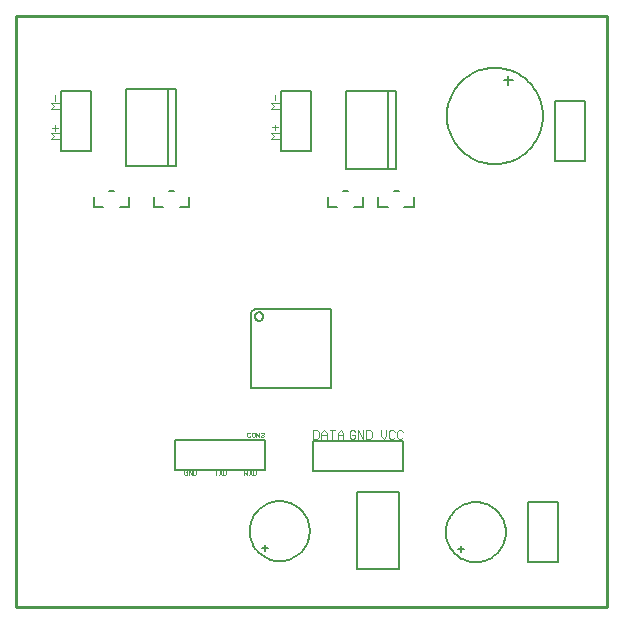
<source format=gto>
G75*
G70*
%OFA0B0*%
%FSLAX24Y24*%
%IPPOS*%
%LPD*%
%AMOC8*
5,1,8,0,0,1.08239X$1,22.5*
%
%ADD10C,0.0100*%
%ADD11C,0.0060*%
%ADD12C,0.0050*%
%ADD13C,0.0020*%
%ADD14C,0.0080*%
%ADD15C,0.0010*%
D10*
X004627Y007324D02*
X024312Y007324D01*
X024312Y027009D01*
X004627Y027009D01*
X004627Y007324D01*
D11*
X012459Y014617D02*
X012459Y017149D01*
X012569Y017260D01*
X015101Y017260D01*
X015101Y014617D01*
X012459Y014617D01*
X012578Y016999D02*
X012580Y017022D01*
X012586Y017045D01*
X012595Y017066D01*
X012608Y017086D01*
X012624Y017103D01*
X012642Y017117D01*
X012662Y017128D01*
X012684Y017136D01*
X012707Y017140D01*
X012731Y017140D01*
X012754Y017136D01*
X012776Y017128D01*
X012796Y017117D01*
X012814Y017103D01*
X012830Y017086D01*
X012843Y017066D01*
X012852Y017045D01*
X012858Y017022D01*
X012860Y016999D01*
X012858Y016976D01*
X012852Y016953D01*
X012843Y016932D01*
X012830Y016912D01*
X012814Y016895D01*
X012796Y016881D01*
X012776Y016870D01*
X012754Y016862D01*
X012731Y016858D01*
X012707Y016858D01*
X012684Y016862D01*
X012662Y016870D01*
X012642Y016881D01*
X012624Y016895D01*
X012608Y016912D01*
X012595Y016932D01*
X012586Y016953D01*
X012580Y016976D01*
X012578Y016999D01*
X012406Y009840D02*
X012408Y009903D01*
X012414Y009965D01*
X012424Y010027D01*
X012437Y010089D01*
X012455Y010149D01*
X012476Y010208D01*
X012501Y010266D01*
X012530Y010322D01*
X012562Y010376D01*
X012597Y010428D01*
X012635Y010477D01*
X012677Y010525D01*
X012721Y010569D01*
X012769Y010611D01*
X012818Y010649D01*
X012870Y010684D01*
X012924Y010716D01*
X012980Y010745D01*
X013038Y010770D01*
X013097Y010791D01*
X013157Y010809D01*
X013219Y010822D01*
X013281Y010832D01*
X013343Y010838D01*
X013406Y010840D01*
X013469Y010838D01*
X013531Y010832D01*
X013593Y010822D01*
X013655Y010809D01*
X013715Y010791D01*
X013774Y010770D01*
X013832Y010745D01*
X013888Y010716D01*
X013942Y010684D01*
X013994Y010649D01*
X014043Y010611D01*
X014091Y010569D01*
X014135Y010525D01*
X014177Y010477D01*
X014215Y010428D01*
X014250Y010376D01*
X014282Y010322D01*
X014311Y010266D01*
X014336Y010208D01*
X014357Y010149D01*
X014375Y010089D01*
X014388Y010027D01*
X014398Y009965D01*
X014404Y009903D01*
X014406Y009840D01*
X014404Y009777D01*
X014398Y009715D01*
X014388Y009653D01*
X014375Y009591D01*
X014357Y009531D01*
X014336Y009472D01*
X014311Y009414D01*
X014282Y009358D01*
X014250Y009304D01*
X014215Y009252D01*
X014177Y009203D01*
X014135Y009155D01*
X014091Y009111D01*
X014043Y009069D01*
X013994Y009031D01*
X013942Y008996D01*
X013888Y008964D01*
X013832Y008935D01*
X013774Y008910D01*
X013715Y008889D01*
X013655Y008871D01*
X013593Y008858D01*
X013531Y008848D01*
X013469Y008842D01*
X013406Y008840D01*
X013343Y008842D01*
X013281Y008848D01*
X013219Y008858D01*
X013157Y008871D01*
X013097Y008889D01*
X013038Y008910D01*
X012980Y008935D01*
X012924Y008964D01*
X012870Y008996D01*
X012818Y009031D01*
X012769Y009069D01*
X012721Y009111D01*
X012677Y009155D01*
X012635Y009203D01*
X012597Y009252D01*
X012562Y009304D01*
X012530Y009358D01*
X012501Y009414D01*
X012476Y009472D01*
X012455Y009531D01*
X012437Y009591D01*
X012424Y009653D01*
X012414Y009715D01*
X012408Y009777D01*
X012406Y009840D01*
X012906Y009390D02*
X012906Y009290D01*
X012806Y009290D01*
X012906Y009290D02*
X013006Y009290D01*
X012906Y009290D02*
X012906Y009190D01*
X019342Y009255D02*
X019442Y009255D01*
X019442Y009355D01*
X019442Y009255D02*
X019542Y009255D01*
X019442Y009255D02*
X019442Y009155D01*
X018942Y009805D02*
X018944Y009868D01*
X018950Y009930D01*
X018960Y009992D01*
X018973Y010054D01*
X018991Y010114D01*
X019012Y010173D01*
X019037Y010231D01*
X019066Y010287D01*
X019098Y010341D01*
X019133Y010393D01*
X019171Y010442D01*
X019213Y010490D01*
X019257Y010534D01*
X019305Y010576D01*
X019354Y010614D01*
X019406Y010649D01*
X019460Y010681D01*
X019516Y010710D01*
X019574Y010735D01*
X019633Y010756D01*
X019693Y010774D01*
X019755Y010787D01*
X019817Y010797D01*
X019879Y010803D01*
X019942Y010805D01*
X020005Y010803D01*
X020067Y010797D01*
X020129Y010787D01*
X020191Y010774D01*
X020251Y010756D01*
X020310Y010735D01*
X020368Y010710D01*
X020424Y010681D01*
X020478Y010649D01*
X020530Y010614D01*
X020579Y010576D01*
X020627Y010534D01*
X020671Y010490D01*
X020713Y010442D01*
X020751Y010393D01*
X020786Y010341D01*
X020818Y010287D01*
X020847Y010231D01*
X020872Y010173D01*
X020893Y010114D01*
X020911Y010054D01*
X020924Y009992D01*
X020934Y009930D01*
X020940Y009868D01*
X020942Y009805D01*
X020940Y009742D01*
X020934Y009680D01*
X020924Y009618D01*
X020911Y009556D01*
X020893Y009496D01*
X020872Y009437D01*
X020847Y009379D01*
X020818Y009323D01*
X020786Y009269D01*
X020751Y009217D01*
X020713Y009168D01*
X020671Y009120D01*
X020627Y009076D01*
X020579Y009034D01*
X020530Y008996D01*
X020478Y008961D01*
X020424Y008929D01*
X020368Y008900D01*
X020310Y008875D01*
X020251Y008854D01*
X020191Y008836D01*
X020129Y008823D01*
X020067Y008813D01*
X020005Y008807D01*
X019942Y008805D01*
X019879Y008807D01*
X019817Y008813D01*
X019755Y008823D01*
X019693Y008836D01*
X019633Y008854D01*
X019574Y008875D01*
X019516Y008900D01*
X019460Y008929D01*
X019406Y008961D01*
X019354Y008996D01*
X019305Y009034D01*
X019257Y009076D01*
X019213Y009120D01*
X019171Y009168D01*
X019133Y009217D01*
X019098Y009269D01*
X019066Y009323D01*
X019037Y009379D01*
X019012Y009437D01*
X018991Y009496D01*
X018973Y009556D01*
X018960Y009618D01*
X018950Y009680D01*
X018944Y009742D01*
X018942Y009805D01*
X018975Y023679D02*
X018977Y023759D01*
X018983Y023838D01*
X018993Y023917D01*
X019007Y023996D01*
X019024Y024074D01*
X019046Y024151D01*
X019071Y024226D01*
X019101Y024300D01*
X019133Y024373D01*
X019170Y024444D01*
X019210Y024513D01*
X019253Y024580D01*
X019300Y024645D01*
X019349Y024707D01*
X019402Y024767D01*
X019458Y024824D01*
X019516Y024879D01*
X019577Y024930D01*
X019641Y024978D01*
X019707Y025023D01*
X019775Y025065D01*
X019845Y025103D01*
X019917Y025137D01*
X019990Y025168D01*
X020065Y025196D01*
X020142Y025219D01*
X020219Y025239D01*
X020297Y025255D01*
X020376Y025267D01*
X020455Y025275D01*
X020535Y025279D01*
X020615Y025279D01*
X020695Y025275D01*
X020774Y025267D01*
X020853Y025255D01*
X020931Y025239D01*
X021008Y025219D01*
X021085Y025196D01*
X021160Y025168D01*
X021233Y025137D01*
X021305Y025103D01*
X021375Y025065D01*
X021443Y025023D01*
X021509Y024978D01*
X021573Y024930D01*
X021634Y024879D01*
X021692Y024824D01*
X021748Y024767D01*
X021801Y024707D01*
X021850Y024645D01*
X021897Y024580D01*
X021940Y024513D01*
X021980Y024444D01*
X022017Y024373D01*
X022049Y024300D01*
X022079Y024226D01*
X022104Y024151D01*
X022126Y024074D01*
X022143Y023996D01*
X022157Y023917D01*
X022167Y023838D01*
X022173Y023759D01*
X022175Y023679D01*
X022173Y023599D01*
X022167Y023520D01*
X022157Y023441D01*
X022143Y023362D01*
X022126Y023284D01*
X022104Y023207D01*
X022079Y023132D01*
X022049Y023058D01*
X022017Y022985D01*
X021980Y022914D01*
X021940Y022845D01*
X021897Y022778D01*
X021850Y022713D01*
X021801Y022651D01*
X021748Y022591D01*
X021692Y022534D01*
X021634Y022479D01*
X021573Y022428D01*
X021509Y022380D01*
X021443Y022335D01*
X021375Y022293D01*
X021305Y022255D01*
X021233Y022221D01*
X021160Y022190D01*
X021085Y022162D01*
X021008Y022139D01*
X020931Y022119D01*
X020853Y022103D01*
X020774Y022091D01*
X020695Y022083D01*
X020615Y022079D01*
X020535Y022079D01*
X020455Y022083D01*
X020376Y022091D01*
X020297Y022103D01*
X020219Y022119D01*
X020142Y022139D01*
X020065Y022162D01*
X019990Y022190D01*
X019917Y022221D01*
X019845Y022255D01*
X019775Y022293D01*
X019707Y022335D01*
X019641Y022380D01*
X019577Y022428D01*
X019516Y022479D01*
X019458Y022534D01*
X019402Y022591D01*
X019349Y022651D01*
X019300Y022713D01*
X019253Y022778D01*
X019210Y022845D01*
X019170Y022914D01*
X019133Y022985D01*
X019101Y023058D01*
X019071Y023132D01*
X019046Y023207D01*
X019024Y023284D01*
X019007Y023362D01*
X018993Y023441D01*
X018983Y023520D01*
X018977Y023599D01*
X018975Y023679D01*
X020875Y024879D02*
X021175Y024879D01*
X021025Y025029D02*
X021025Y024729D01*
D12*
X022571Y024182D02*
X022571Y022182D01*
X023571Y022182D01*
X023571Y024182D01*
X022571Y024182D01*
X017879Y020986D02*
X017879Y020631D01*
X017564Y020631D01*
X017012Y020631D02*
X016697Y020631D01*
X016697Y020986D01*
X016186Y020994D02*
X016186Y020639D01*
X015871Y020639D01*
X015319Y020639D02*
X015005Y020639D01*
X015005Y020994D01*
X015516Y021190D02*
X015674Y021190D01*
X015611Y021919D02*
X017288Y021919D01*
X017288Y024497D01*
X015611Y024497D01*
X015611Y021919D01*
X014445Y022517D02*
X014445Y024517D01*
X013445Y024517D01*
X013445Y022517D01*
X014445Y022517D01*
X017016Y021931D02*
X017016Y024490D01*
X017209Y021182D02*
X017367Y021182D01*
X010394Y020994D02*
X010394Y020639D01*
X010079Y020639D01*
X009528Y020639D02*
X009213Y020639D01*
X009213Y020994D01*
X009725Y021190D02*
X009882Y021190D01*
X009965Y022009D02*
X008288Y022009D01*
X008288Y024588D01*
X009965Y024588D01*
X009965Y022009D01*
X009694Y022021D02*
X009694Y024580D01*
X007119Y024505D02*
X007119Y022505D01*
X006119Y022505D01*
X006119Y024505D01*
X007119Y024505D01*
X007725Y021190D02*
X007882Y021190D01*
X008394Y020994D02*
X008394Y020639D01*
X008079Y020639D01*
X007528Y020639D02*
X007213Y020639D01*
X007213Y020994D01*
X009914Y012883D02*
X009914Y011883D01*
X012914Y011883D01*
X012914Y012883D01*
X009914Y012883D01*
X014532Y012856D02*
X014532Y011856D01*
X017532Y011856D01*
X017532Y012856D01*
X014532Y012856D01*
X021666Y010816D02*
X021666Y008816D01*
X022666Y008816D01*
X022666Y010816D01*
X021666Y010816D01*
D13*
X017512Y012966D02*
X017465Y012919D01*
X017372Y012919D01*
X017325Y012966D01*
X017325Y013152D01*
X017372Y013199D01*
X017465Y013199D01*
X017512Y013152D01*
X017235Y013152D02*
X017189Y013199D01*
X017095Y013199D01*
X017049Y013152D01*
X017049Y012966D01*
X017095Y012919D01*
X017189Y012919D01*
X017235Y012966D01*
X016959Y013012D02*
X016959Y013199D01*
X016772Y013199D02*
X016772Y013012D01*
X016866Y012919D01*
X016959Y013012D01*
X016472Y012966D02*
X016472Y013152D01*
X016426Y013199D01*
X016286Y013199D01*
X016286Y012919D01*
X016426Y012919D01*
X016472Y012966D01*
X016196Y012919D02*
X016196Y013199D01*
X016009Y013199D02*
X016009Y012919D01*
X015920Y012966D02*
X015920Y013059D01*
X015826Y013059D01*
X015733Y013152D02*
X015733Y012966D01*
X015780Y012919D01*
X015873Y012919D01*
X015920Y012966D01*
X015920Y013152D02*
X015873Y013199D01*
X015780Y013199D01*
X015733Y013152D01*
X015532Y013106D02*
X015532Y012919D01*
X015532Y013059D02*
X015345Y013059D01*
X015345Y013106D02*
X015439Y013199D01*
X015532Y013106D01*
X015345Y013106D02*
X015345Y012919D01*
X015162Y012919D02*
X015162Y013199D01*
X015069Y013199D02*
X015256Y013199D01*
X014980Y013106D02*
X014980Y012919D01*
X014980Y013059D02*
X014793Y013059D01*
X014793Y013106D02*
X014886Y013199D01*
X014980Y013106D01*
X014793Y013106D02*
X014793Y012919D01*
X014703Y012966D02*
X014703Y013152D01*
X014657Y013199D01*
X014517Y013199D01*
X014517Y012919D01*
X014657Y012919D01*
X014703Y012966D01*
X016009Y013199D02*
X016196Y012919D01*
X013385Y022927D02*
X013105Y022927D01*
X013199Y023021D01*
X013105Y023114D01*
X013385Y023114D01*
X013245Y023203D02*
X013245Y023390D01*
X013152Y023297D02*
X013339Y023297D01*
X013385Y023927D02*
X013105Y023927D01*
X013199Y024021D01*
X013105Y024114D01*
X013385Y024114D01*
X013245Y024203D02*
X013245Y024390D01*
X006059Y024102D02*
X005778Y024102D01*
X005872Y024009D01*
X005778Y023915D01*
X006059Y023915D01*
X005919Y024192D02*
X005919Y024378D01*
X005919Y023378D02*
X005919Y023192D01*
X006012Y023285D02*
X005825Y023285D01*
X005778Y023102D02*
X006059Y023102D01*
X006059Y022915D02*
X005778Y022915D01*
X005872Y023009D01*
X005778Y023102D01*
D14*
X015978Y011146D02*
X017378Y011146D01*
X017378Y008566D01*
X015978Y008566D01*
X015978Y011146D01*
D15*
X012872Y013003D02*
X012847Y012978D01*
X012797Y012978D01*
X012772Y013003D01*
X012724Y012978D02*
X012724Y013128D01*
X012772Y013103D02*
X012797Y013128D01*
X012847Y013128D01*
X012872Y013103D01*
X012872Y013078D01*
X012847Y013053D01*
X012872Y013028D01*
X012872Y013003D01*
X012847Y013053D02*
X012822Y013053D01*
X012724Y012978D02*
X012624Y013128D01*
X012624Y012978D01*
X012577Y013003D02*
X012577Y013103D01*
X012552Y013128D01*
X012502Y013128D01*
X012477Y013103D01*
X012477Y013003D01*
X012502Y012978D01*
X012552Y012978D01*
X012577Y013003D01*
X012430Y013003D02*
X012405Y012978D01*
X012355Y012978D01*
X012330Y013003D01*
X012330Y013103D01*
X012355Y013128D01*
X012405Y013128D01*
X012430Y013103D01*
X012474Y011878D02*
X012374Y011728D01*
X012327Y011728D02*
X012277Y011778D01*
X012302Y011778D02*
X012227Y011778D01*
X012227Y011728D02*
X012227Y011878D01*
X012302Y011878D01*
X012327Y011853D01*
X012327Y011803D01*
X012302Y011778D01*
X012374Y011878D02*
X012474Y011728D01*
X012522Y011728D02*
X012597Y011728D01*
X012622Y011753D01*
X012622Y011853D01*
X012597Y011878D01*
X012522Y011878D01*
X012522Y011728D01*
X011622Y011753D02*
X011622Y011853D01*
X011597Y011878D01*
X011522Y011878D01*
X011522Y011728D01*
X011597Y011728D01*
X011622Y011753D01*
X011474Y011728D02*
X011374Y011878D01*
X011327Y011878D02*
X011227Y011878D01*
X011277Y011878D02*
X011277Y011728D01*
X011374Y011728D02*
X011474Y011878D01*
X010622Y011853D02*
X010597Y011878D01*
X010522Y011878D01*
X010522Y011728D01*
X010597Y011728D01*
X010622Y011753D01*
X010622Y011853D01*
X010474Y011878D02*
X010474Y011728D01*
X010374Y011878D01*
X010374Y011728D01*
X010327Y011753D02*
X010327Y011803D01*
X010277Y011803D01*
X010227Y011753D02*
X010252Y011728D01*
X010302Y011728D01*
X010327Y011753D01*
X010227Y011753D02*
X010227Y011853D01*
X010252Y011878D01*
X010302Y011878D01*
X010327Y011853D01*
M02*

</source>
